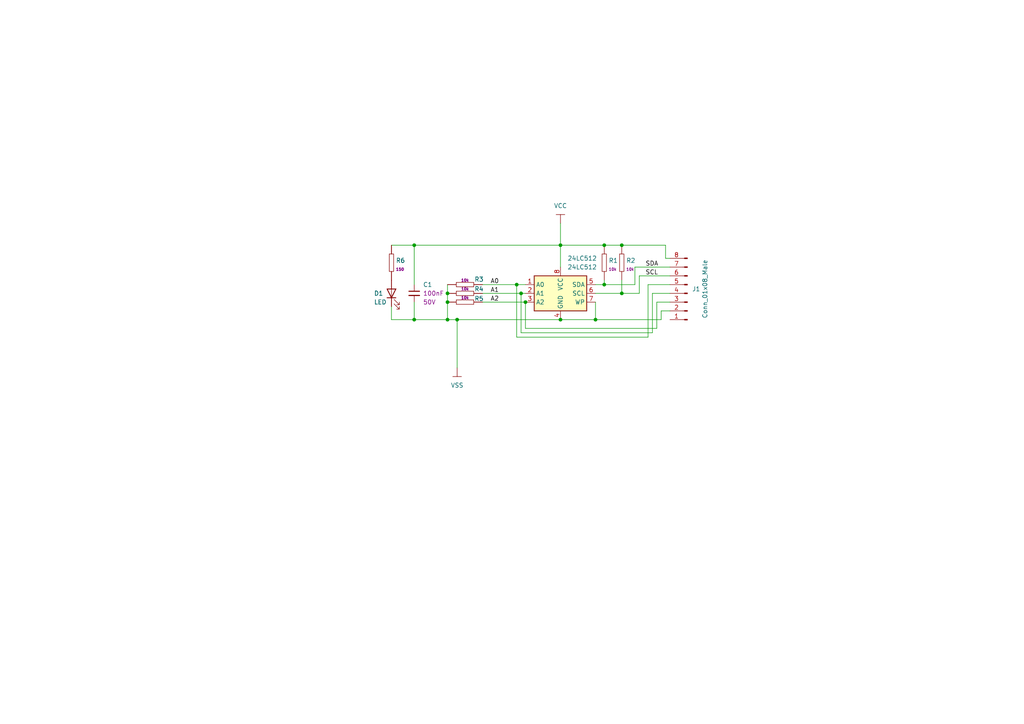
<source format=kicad_sch>
(kicad_sch (version 20211123) (generator eeschema)
  (paper "A4")
  (lib_symbols
    (symbol "00_PowerSymboles:VCC" (power) (pin_numbers hide) (pin_names hide) (in_bom no) (on_board no)
      (property "Value" "VCC" (at 0 1.27 0))
      (symbol "VCC_0_1"
        (polyline (pts (xy -1.27 0) (xy 1.27 0)))
      )
      (symbol "VCC_1_1"
        (pin power_in line (at 0 -2.54 90) (length 2.54) (name "VCC") (number "VCC"))
      )
    )
    (symbol "00_PowerSymboles:VSS" (power) (pin_numbers hide) (pin_names hide) (in_bom no) (on_board no)
      (property "Value" "VSS" (at 0 -3.81 0))
      (symbol "VSS_0_1"
        (polyline (pts (xy -1.27 -2.54) (xy 1.27 -2.54)))
      )
      (symbol "VSS_1_1"
        (pin power_in line (at 0 0 270) (length 2.54) (name "VSS") (number "VSS"))
      )
    )
    (symbol "01_Capacitor:CAP_0603_100nF_50V" (pin_numbers hide) (pin_names hide)
      (property "Reference" "C" (at 2.54 0 0))
      (property "Capacitance" "100nF" (at 2.54 -5.08 0))
      (property "Voltage" "50V" (at 2.54 -2.54 0))
      (symbol "CAP_0603_100nF_50V_0_1"
        (polyline (pts (xy -1.524 -3.1496) (xy 1.524 -3.1496)) (stroke (width 0.3302)))
        (polyline (pts (xy -1.524 -1.9304) (xy 1.524 -1.9304)) (stroke (width 0.3048)))
      )
      (symbol "CAP_0603_100nF_50V_1_1"
        (pin passive line (at 0 0 270) (length 1.8542) (name "~") (number "1"))
        (pin passive line (at 0 -5.08 90) (length 1.8542) (name "~") (number "2"))
      )
    )
    (symbol "02_Resistor:RES_0603_10K_1%" (pin_numbers hide) (pin_names hide)
      (property "Reference" "R" (at 0 2.54 0))
      (property "Resistance" "10k" (at 0 0 0))
      (symbol "RES_0603_10K_1%_0_1"
        (rectangle (start -2.54 0.635) (end 2.54 -0.635))
      )
      (symbol "RES_0603_10K_1%_1_1"
        (pin passive line (at -5.08 0 0) (length 2.54) (name "1") (number "1"))
        (pin passive line (at 5.08 0 180) (length 2.54) (name "2") (number "2"))
      )
    )
    (symbol "02_Resistor:RES_0603_1K5_1%" (pin_numbers hide) (pin_names hide)
      (property "Reference" "R" (at 0 2.54 0))
      (property "Resistance" "1k5" (at 0 0 0))
      (symbol "RES_0603_1K5_1%_0_1"
        (rectangle (start -2.54 0.635) (end 2.54 -0.635))
      )
      (symbol "RES_0603_1K5_1%_1_1"
        (pin passive line (at -5.08 0 0) (length 2.54) (name "1") (number "1"))
        (pin passive line (at 5.08 0 180) (length 2.54) (name "2") (number "2"))
      )
    )
    (symbol "Connector:Conn_01x08_Male" (pin_names (offset 1.016) hide)
      (property "Reference" "J" (at 0 10.16 0))
      (property "Value" "Conn_01x08_Male" (at 0 -12.7 0))
      (symbol "Conn_01x08_Male_1_1"
        (polyline (pts (xy 1.27 -10.16) (xy 0.8636 -10.16)) (stroke (width 0.1524)))
        (polyline (pts (xy 1.27 -7.62) (xy 0.8636 -7.62)) (stroke (width 0.1524)))
        (polyline (pts (xy 1.27 -5.08) (xy 0.8636 -5.08)) (stroke (width 0.1524)))
        (polyline (pts (xy 1.27 -2.54) (xy 0.8636 -2.54)) (stroke (width 0.1524)))
        (polyline (pts (xy 1.27 0) (xy 0.8636 0)) (stroke (width 0.1524)))
        (polyline (pts (xy 1.27 2.54) (xy 0.8636 2.54)) (stroke (width 0.1524)))
        (polyline (pts (xy 1.27 5.08) (xy 0.8636 5.08)) (stroke (width 0.1524)))
        (polyline (pts (xy 1.27 7.62) (xy 0.8636 7.62)) (stroke (width 0.1524)))
        (rectangle (start 0.8636 -10.033) (end 0 -10.287) (stroke (width 0.1524)) (fill (type outline)))
        (rectangle (start 0.8636 -7.493) (end 0 -7.747) (stroke (width 0.1524)) (fill (type outline)))
        (rectangle (start 0.8636 -4.953) (end 0 -5.207) (stroke (width 0.1524)) (fill (type outline)))
        (rectangle (start 0.8636 -2.413) (end 0 -2.667) (stroke (width 0.1524)) (fill (type outline)))
        (rectangle (start 0.8636 0.127) (end 0 -0.127) (stroke (width 0.1524)) (fill (type outline)))
        (rectangle (start 0.8636 2.667) (end 0 2.413) (stroke (width 0.1524)) (fill (type outline)))
        (rectangle (start 0.8636 5.207) (end 0 4.953) (stroke (width 0.1524)) (fill (type outline)))
        (rectangle (start 0.8636 7.747) (end 0 7.493) (stroke (width 0.1524)) (fill (type outline)))
        (pin passive line (at 5.08 7.62 180) (length 3.81) (name "Pin_1") (number "1"))
        (pin passive line (at 5.08 5.08 180) (length 3.81) (name "Pin_2") (number "2"))
        (pin passive line (at 5.08 2.54 180) (length 3.81) (name "Pin_3") (number "3"))
        (pin passive line (at 5.08 0 180) (length 3.81) (name "Pin_4") (number "4"))
        (pin passive line (at 5.08 -2.54 180) (length 3.81) (name "Pin_5") (number "5"))
        (pin passive line (at 5.08 -5.08 180) (length 3.81) (name "Pin_6") (number "6"))
        (pin passive line (at 5.08 -7.62 180) (length 3.81) (name "Pin_7") (number "7"))
        (pin passive line (at 5.08 -10.16 180) (length 3.81) (name "Pin_8") (number "8"))
      )
    )
    (symbol "Device:LED" (pin_numbers hide) (pin_names (offset 1.016) hide)
      (property "Reference" "D" (at 0 2.54 0))
      (property "Value" "LED" (at 0 -2.54 0))
      (symbol "LED_0_1"
        (polyline (pts (xy -1.27 -1.27) (xy -1.27 1.27)) (stroke (width 0.254)))
        (polyline (pts (xy -1.27 0) (xy 1.27 0)))
        (polyline (pts (xy 1.27 -1.27) (xy 1.27 1.27) (xy -1.27 0) (xy 1.27 -1.27)) (stroke (width 0.254)))
        (polyline (pts (xy -3.048 -0.762) (xy -4.572 -2.286) (xy -3.81 -2.286) (xy -4.572 -2.286) (xy -4.572 -1.524)))
        (polyline (pts (xy -1.778 -0.762) (xy -3.302 -2.286) (xy -2.54 -2.286) (xy -3.302 -2.286) (xy -3.302 -1.524)))
      )
      (symbol "LED_1_1"
        (pin passive line (at -3.81 0 0) (length 2.54) (name "K") (number "1"))
        (pin passive line (at 3.81 0 180) (length 2.54) (name "A") (number "2"))
      )
    )
    (symbol "Memory_EEPROM:24LC512"
      (property "Reference" "U" (at -6.35 6.35 0))
      (property "Value" "24LC512" (at 1.27 6.35 0))
      (symbol "24LC512_1_1"
        (rectangle (start -7.62 5.08) (end 7.62 -5.08) (stroke (width 0.254)) (fill (type background)))
        (pin input line (at -10.16 2.54 0) (length 2.54) (name "A0") (number "1"))
        (pin input line (at -10.16 0 0) (length 2.54) (name "A1") (number "2"))
        (pin input line (at -10.16 -2.54 0) (length 2.54) (name "A2") (number "3"))
        (pin power_in line (at 0 -7.62 90) (length 2.54) (name "GND") (number "4"))
        (pin bidirectional line (at 10.16 2.54 180) (length 2.54) (name "SDA") (number "5"))
        (pin input line (at 10.16 0 180) (length 2.54) (name "SCL") (number "6"))
        (pin input line (at 10.16 -2.54 180) (length 2.54) (name "WP") (number "7"))
        (pin power_in line (at 0 7.62 270) (length 2.54) (name "VCC") (number "8"))
      )
    )
  )
  (junction (at 162.56 71.12))
  (junction (at 180.34 71.12))
  (junction (at 175.26 82.55))
  (junction (at 175.26 71.12))
  (junction (at 151.13 85.09))
  (junction (at 129.794 85.09))
  (junction (at 132.588 92.71))
  (junction (at 129.794 87.63))
  (junction (at 120.142 71.12))
  (junction (at 180.34 85.09))
  (junction (at 120.142 92.71))
  (junction (at 162.56 92.71))
  (junction (at 149.86 82.55))
  (junction (at 152.4 87.63))
  (junction (at 129.794 92.71))
  (junction (at 172.72 92.71))
  (wire (pts (xy 162.56 64.77) (xy 162.56 71.12)))
  (wire (pts (xy 180.34 85.09) (xy 185.42 85.09)))
  (wire (pts (xy 194.31 80.01) (xy 185.42 80.01)))
  (wire (pts (xy 129.794 87.63) (xy 129.794 92.71)))
  (wire (pts (xy 151.13 85.09) (xy 152.4 85.09)))
  (wire (pts (xy 175.26 71.12) (xy 180.34 71.12)))
  (wire (pts (xy 180.34 71.12) (xy 193.04 71.12)))
  (wire (pts (xy 194.31 90.17) (xy 191.77 90.17)))
  (wire (pts (xy 120.142 71.12) (xy 120.142 82.55)))
  (wire (pts (xy 175.26 82.55) (xy 184.15 82.55)))
  (wire (pts (xy 120.142 87.63) (xy 120.142 92.71)))
  (wire (pts (xy 149.86 97.79) (xy 149.86 82.55)))
  (wire (pts (xy 132.588 92.71) (xy 132.588 106.68)))
  (wire (pts (xy 149.86 82.55) (xy 152.4 82.55)))
  (wire (pts (xy 113.538 88.9) (xy 113.538 92.71)))
  (wire (pts (xy 129.794 92.71) (xy 132.588 92.71)))
  (wire (pts (xy 190.5 95.25) (xy 152.4 95.25)))
  (wire (pts (xy 172.72 87.63) (xy 172.72 92.71)))
  (wire (pts (xy 152.4 95.25) (xy 152.4 87.63)))
  (wire (pts (xy 194.31 82.55) (xy 187.96 82.55)))
  (wire (pts (xy 139.954 87.63) (xy 152.4 87.63)))
  (wire (pts (xy 190.5 87.63) (xy 190.5 95.25)))
  (wire (pts (xy 113.538 71.12) (xy 120.142 71.12)))
  (wire (pts (xy 191.77 92.71) (xy 172.72 92.71)))
  (wire (pts (xy 162.56 71.12) (xy 162.56 77.47)))
  (wire (pts (xy 129.794 82.55) (xy 129.794 85.09)))
  (wire (pts (xy 189.23 85.09) (xy 189.23 96.52)))
  (wire (pts (xy 172.72 92.71) (xy 162.56 92.71)))
  (wire (pts (xy 189.23 96.52) (xy 151.13 96.52)))
  (wire (pts (xy 132.588 92.71) (xy 162.56 92.71)))
  (wire (pts (xy 187.96 82.55) (xy 187.96 97.79)))
  (wire (pts (xy 151.13 96.52) (xy 151.13 85.09)))
  (wire (pts (xy 193.04 74.93) (xy 193.04 71.12)))
  (wire (pts (xy 162.56 71.12) (xy 175.26 71.12)))
  (wire (pts (xy 184.15 77.47) (xy 194.31 77.47)))
  (wire (pts (xy 191.77 90.17) (xy 191.77 92.71)))
  (wire (pts (xy 129.794 85.09) (xy 129.794 87.63)))
  (wire (pts (xy 180.34 81.28) (xy 180.34 85.09)))
  (wire (pts (xy 172.72 82.55) (xy 175.26 82.55)))
  (wire (pts (xy 172.72 85.09) (xy 180.34 85.09)))
  (wire (pts (xy 194.31 85.09) (xy 189.23 85.09)))
  (wire (pts (xy 139.954 85.09) (xy 151.13 85.09)))
  (wire (pts (xy 185.42 80.01) (xy 185.42 85.09)))
  (wire (pts (xy 194.31 74.93) (xy 193.04 74.93)))
  (wire (pts (xy 194.31 87.63) (xy 190.5 87.63)))
  (wire (pts (xy 184.15 77.47) (xy 184.15 82.55)))
  (wire (pts (xy 139.954 82.55) (xy 149.86 82.55)))
  (wire (pts (xy 120.142 92.71) (xy 129.794 92.71)))
  (wire (pts (xy 113.538 92.71) (xy 120.142 92.71)))
  (wire (pts (xy 120.142 71.12) (xy 162.56 71.12)))
  (wire (pts (xy 187.96 97.79) (xy 149.86 97.79)))
  (wire (pts (xy 175.26 81.28) (xy 175.26 82.55)))
  (label "SDA" (at 187.198 77.47 0))
  (label "SCL" (at 187.198 80.01 0))
  (label "A0" (at 142.24 82.55 0))
  (label "A1" (at 142.24 85.09 0))
  (label "A2" (at 142.24 87.63 0))
  (symbol (lib_id "02_Resistor:RES_0603_10K_1%") (at 180.34 76.2 270) (unit 1)
    (property "Reference" "R2" (at 181.61 75.5649 90) (effects (justify left)))
    (property "Value" "RES_0603_10K_1%" (effects hide))
    (property "Footprint" "01_Passives:RES_0603" (effects hide))
    (property "Resistance" "10k" (at 181.61 78.105 90) (effects (font (size 0.8 0.8)) (justify left)))
    (property "Power" "100mW" (effects hide))
    (property "MPN" "CR0603-FX-1002ELF" (effects hide))
  )
  (symbol (lib_id "02_Resistor:RES_0603_10K_1%") (at 175.26 76.2 90) (unit 1)
    (property "Reference" "R1" (at 176.53 75.5649 90) (effects (justify right)))
    (property "Value" "RES_0603_10K_1%" (effects hide))
    (property "Footprint" "01_Passives:RES_0603" (effects hide))
    (property "Resistance" "10k" (at 176.53 78.105 90) (effects (font (size 0.8 0.8)) (justify right)))
    (property "Power" "100mW" (effects hide))
    (property "MPN" "CR0603-FX-1002ELF" (effects hide))
  )
  (symbol (lib_id "Memory_EEPROM:24LC512") (at 162.56 85.09 0) (unit 1)
    (property "Reference" "24LC512" (at 164.5794 74.93 0) (effects (justify left)))
    (property "Value" "24LC512" (at 164.5794 77.47 0) (effects (justify left)))
    (property "Footprint" "Package_SO:SOIC-8_3.9x4.9mm_P1.27mm" (effects hide))
    (property "Datasheet" "http://ww1.microchip.com/downloads/en/DeviceDoc/21754M.pdf" (effects hide))
    (property "MPN" "24LC512-I/SN" (effects hide))
  )
  (symbol (lib_id "02_Resistor:RES_0603_10K_1%") (at 134.874 82.55 0) (unit 1)
    (property "Reference" "R3" (at 138.938 81.026 0))
    (property "Value" "RES_0603_10K_1%" (effects hide))
    (property "Footprint" "01_Passives:RES_0603" (effects hide))
    (property "Resistance" "10k" (at 134.874 81.28 0) (effects (font (size 0.8 0.8))))
    (property "Power" "100mW" (effects hide))
    (property "MPN" "CR0603-FX-1002ELF" (effects hide))
  )
  (symbol (lib_id "02_Resistor:RES_0603_10K_1%") (at 134.874 85.09 0) (unit 1)
    (property "Reference" "R4" (at 138.938 83.82 0))
    (property "Value" "RES_0603_10K_1%" (effects hide))
    (property "Footprint" "01_Passives:RES_0603" (effects hide))
    (property "Resistance" "10k" (at 134.874 83.82 0) (effects (font (size 0.8 0.8))))
    (property "Power" "100mW" (effects hide))
    (property "MPN" "CR0603-FX-1002ELF" (effects hide))
  )
  (symbol (lib_id "02_Resistor:RES_0603_10K_1%") (at 134.874 87.63 0) (unit 1)
    (property "Reference" "R5" (at 138.938 86.614 0))
    (property "Value" "RES_0603_10K_1%" (effects hide))
    (property "Footprint" "01_Passives:RES_0603" (effects hide))
    (property "Resistance" "10k" (at 134.874 86.36 0) (effects (font (size 0.8 0.8))))
    (property "Power" "100mW" (effects hide))
    (property "MPN" "CR0603-FX-1002ELF" (effects hide))
  )
  (symbol (lib_id "Device:LED") (at 113.538 85.09 90) (unit 1)
    (property "Reference" "D1" (at 108.458 85.09 90) (effects (justify right)))
    (property "Value" "LED" (at 108.458 87.63 90) (effects (justify right)))
    (property "Footprint" "LED_SMD:LED_0603_1608Metric_Pad1.05x0.95mm_HandSolder" (effects hide))
    (property "MPN" "MP008278" (effects hide))
  )
  (symbol (lib_id "01_Capacitor:CAP_0603_100nF_50V") (at 120.142 82.55 0) (unit 1)
    (property "Reference" "C1" (at 122.682 82.5562 0) (effects (justify left)))
    (property "Value" "CAP_0603_100nF_50V" (effects hide))
    (property "Footprint" "01_Passives:CAP_0603" (effects hide))
    (property "Capacitance" "100nF" (at 122.682 85.0962 0) (effects (justify left)))
    (property "Voltage" "50V" (at 122.682 87.6362 0) (effects (justify left)))
    (property "MPN" "06035C104JAT2A" (effects hide))
  )
  (symbol (lib_id "00_PowerSymboles:VCC") (at 162.56 62.23 0) (unit 1) (in_bom no) (on_board no)
    (property "Reference" "#VCC0101" (effects hide))
    (property "Value" "VCC" (at 162.56 59.69 0))
  )
  (symbol (lib_id "00_PowerSymboles:VSS") (at 132.588 106.68 0) (unit 1) (in_bom no) (on_board no)
    (property "Reference" "#VSS0101" (effects hide))
    (property "Value" "VSS" (at 132.588 111.76 0))
  )
  (symbol (lib_id "02_Resistor:RES_0603_1K5_1%") (at 113.538 76.2 90) (unit 1)
    (property "Reference" "R6" (at 114.808 75.5649 90) (effects (justify right)))
    (property "Value" "RES_0603_150_1%" (effects hide))
    (property "Footprint" "01_Passives:RES_0603" (effects hide))
    (property "Resistance" "150" (at 114.808 78.105 90) (effects (font (size 0.8 0.8)) (justify right)))
    (property "Power" "100mW" (effects hide))
    (property "MPN" "MCWR06X1500FTL" (effects hide))
  )
  (symbol (lib_id "Connector:Conn_01x08_Male") (at 199.39 85.09 180) (unit 1) (in_bom no)
    (property "Reference" "J1" (at 201.93 83.82 0))
    (property "Value" "Conn_01x08_Male" (at 204.47 83.82 90))
    (property "Footprint" "02_Connectors:EEPROM_Cartridge_Connector" (effects hide))
  )
)
</source>
